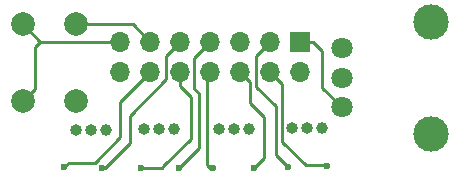
<source format=gbr>
G04 #@! TF.GenerationSoftware,KiCad,Pcbnew,(5.1.2)-2*
G04 #@! TF.CreationDate,2019-09-21T22:45:55+01:00*
G04 #@! TF.ProjectId,LEDPanelControllerHAT,4c454450-616e-4656-9c43-6f6e74726f6c,rev?*
G04 #@! TF.SameCoordinates,Original*
G04 #@! TF.FileFunction,Copper,L1,Top*
G04 #@! TF.FilePolarity,Positive*
%FSLAX46Y46*%
G04 Gerber Fmt 4.6, Leading zero omitted, Abs format (unit mm)*
G04 Created by KiCad (PCBNEW (5.1.2)-2) date 2019-09-21 22:45:55*
%MOMM*%
%LPD*%
G04 APERTURE LIST*
%ADD10C,1.000000*%
%ADD11O,1.000000X1.000000*%
%ADD12C,2.000000*%
%ADD13C,3.000000*%
%ADD14C,1.800000*%
%ADD15R,1.700000X1.700000*%
%ADD16O,1.700000X1.700000*%
%ADD17C,0.600000*%
%ADD18C,0.250000*%
G04 APERTURE END LIST*
D10*
X164325000Y-85200000D03*
D11*
X163055000Y-85200000D03*
X161785000Y-85200000D03*
D10*
X158175000Y-85250000D03*
D11*
X156905000Y-85250000D03*
X155635000Y-85250000D03*
D10*
X151825000Y-85300000D03*
D11*
X150555000Y-85300000D03*
X149285000Y-85300000D03*
D10*
X146025000Y-85350000D03*
D11*
X144755000Y-85350000D03*
X143485000Y-85350000D03*
D12*
X143500000Y-82925000D03*
X139000000Y-82925000D03*
X143500000Y-76425000D03*
X139000000Y-76425000D03*
D13*
X173525000Y-85700000D03*
X173525000Y-76200000D03*
D14*
X166025000Y-83450000D03*
X166025000Y-80950000D03*
X166025000Y-78450000D03*
D15*
X162500000Y-77900000D03*
D16*
X162500000Y-80440000D03*
X159960000Y-77900000D03*
X159960000Y-80440000D03*
X157420000Y-77900000D03*
X157420000Y-80440000D03*
X154880000Y-77900000D03*
X154880000Y-80440000D03*
X152340000Y-77900000D03*
X152340000Y-80440000D03*
X149800000Y-77900000D03*
X149800000Y-80440000D03*
X147260000Y-77900000D03*
X147260000Y-80440000D03*
D17*
X142500000Y-88525000D03*
X145725000Y-88575000D03*
X152200000Y-88600000D03*
X149000000Y-88550000D03*
X155150000Y-88575000D03*
X158550000Y-88550000D03*
X161500000Y-88500002D03*
X164775000Y-88450000D03*
D18*
X148950001Y-81289999D02*
X148910001Y-81289999D01*
X149800000Y-80440000D02*
X148950001Y-81289999D01*
X148910001Y-81289999D02*
X147250000Y-82950000D01*
X147250000Y-82950000D02*
X147250000Y-85975000D01*
X147250000Y-85975000D02*
X145100000Y-88125000D01*
X145100000Y-88125000D02*
X142900000Y-88125000D01*
X142900000Y-88125000D02*
X142500000Y-88525000D01*
X140475000Y-77900000D02*
X139000000Y-76425000D01*
X147260000Y-77900000D02*
X140475000Y-77900000D01*
X139999999Y-78375001D02*
X140475000Y-77900000D01*
X139000000Y-82925000D02*
X139999999Y-81925001D01*
X139999999Y-81925001D02*
X139999999Y-78375001D01*
X151164999Y-79075001D02*
X151164999Y-81085001D01*
X152340000Y-77900000D02*
X151164999Y-79075001D01*
X151164999Y-81085001D02*
X148100000Y-84150000D01*
X148100000Y-84150000D02*
X148100000Y-86425000D01*
X148100000Y-86425000D02*
X145950000Y-88575000D01*
X145950000Y-88575000D02*
X145725000Y-88575000D01*
X154880000Y-77900000D02*
X153600000Y-79180000D01*
X153515001Y-79264999D02*
X153515001Y-81840001D01*
X153600000Y-79180000D02*
X153515001Y-79264999D01*
X153515001Y-81840001D02*
X153950000Y-82275000D01*
X153950000Y-82275000D02*
X153950000Y-86850000D01*
X153950000Y-86850000D02*
X152200000Y-88600000D01*
X152340000Y-81642081D02*
X153225000Y-82527081D01*
X152340000Y-80440000D02*
X152340000Y-81642081D01*
X153225000Y-82527081D02*
X153225000Y-86100000D01*
X153225000Y-86100000D02*
X150975000Y-88350000D01*
X150975000Y-88350000D02*
X150775000Y-88550000D01*
X150775000Y-88550000D02*
X149000000Y-88550000D01*
X163600000Y-77900000D02*
X164350000Y-78650000D01*
X162500000Y-77900000D02*
X163600000Y-77900000D01*
X164350000Y-81775000D02*
X166025000Y-83450000D01*
X164350000Y-78650000D02*
X164350000Y-81775000D01*
X154880000Y-80440000D02*
X154880000Y-80995000D01*
X154880000Y-80995000D02*
X154600000Y-81275000D01*
X154600000Y-81275000D02*
X154600000Y-88300000D01*
X154600000Y-88300000D02*
X154875000Y-88575000D01*
X154875000Y-88575000D02*
X155150000Y-88575000D01*
X158269999Y-81289999D02*
X158269999Y-83094999D01*
X157420000Y-80440000D02*
X158269999Y-81289999D01*
X158269999Y-83094999D02*
X159400000Y-84225000D01*
X159400000Y-84225000D02*
X159400000Y-87700000D01*
X159400000Y-87700000D02*
X158550000Y-88550000D01*
X158784999Y-79075001D02*
X158784999Y-81684999D01*
X159960000Y-77900000D02*
X158784999Y-79075001D01*
X158784999Y-81684999D02*
X160450000Y-83350000D01*
X160450000Y-83350000D02*
X160450000Y-87375000D01*
X160959999Y-87960001D02*
X161500000Y-88500002D01*
X160450000Y-87375000D02*
X160450000Y-87450002D01*
X160450000Y-87450002D02*
X160959999Y-87960001D01*
X160959999Y-81439999D02*
X160959999Y-86334999D01*
X159960000Y-80440000D02*
X160959999Y-81439999D01*
X160959999Y-86334999D02*
X162975000Y-88350000D01*
X162975000Y-88350000D02*
X164675000Y-88350000D01*
X164675000Y-88350000D02*
X164775000Y-88450000D01*
X148325000Y-76425000D02*
X143500000Y-76425000D01*
X149800000Y-77900000D02*
X148325000Y-76425000D01*
M02*

</source>
